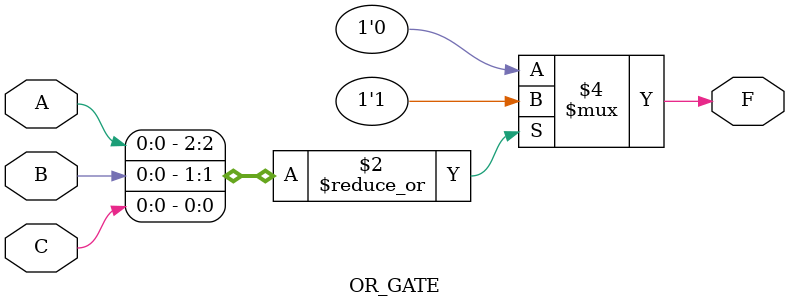
<source format=v>
module OR_GATE(A, B, C, F);
    input A, B, C;
    output F;

    reg F;

    always @(A or B or C)
    if (|{A, B, C})
        F = 1'b1;
    else
        F = 1'b0;
endmodule
</source>
